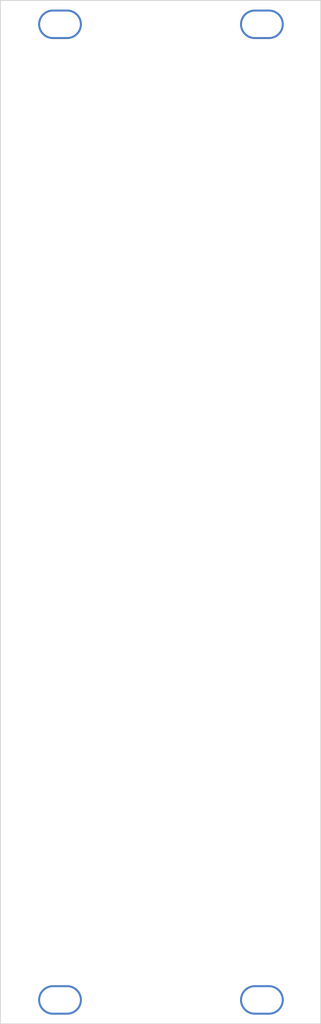
<source format=kicad_pcb>
(kicad_pcb (version 20211014) (generator pcbnew)
  (layers (0 "F.Cu" signal) (31 "B.Cu" signal) (34 "B.Paste" user) (35 "F.Paste" user) (36 "B.SilkS" user "B.Silkscreen") (37 "F.SilkS" user "F.Silkscreen") (38 "B.Mask" user) (39 "F.Mask" user) (44 "Edge.Cuts" user))
  (net 0 "")
  (footprint "" (layer "F.Cu") (at 7.5 125.5)
    (fp_text reference "" (at 0 0) (layer "F.SilkS") (effects (font (size 1.27 1.27))))
    (fp_text value "" (at 0 0) (layer "F.SilkS") (effects (font (size 1.27 1.27))))
    (pad "1" thru_hole oval (at 0 0) (size 5.5 3.7) (drill oval 5 3.2) (layers *.Cu *.Mask))
  )
  (footprint "" (layer "F.Cu") (at 32.9 3)
    (fp_text reference "" (at 0 0) (layer "F.SilkS") (effects (font (size 1.27 1.27))))
    (fp_text value "" (at 0 0) (layer "F.SilkS") (effects (font (size 1.27 1.27))))
    (pad "1" thru_hole oval (at 0 0) (size 5.5 3.7) (drill oval 5 3.2) (layers *.Cu *.Mask))
  )
  (footprint "" (layer "F.Cu") (at 7.5 3)
    (fp_text reference "" hide)
    (fp_text value "" hide)
    (pad "1" thru_hole oval (at 0 0) (size 5.5 3.7) (drill oval 5 3.2) (layers *.Cu *.Mask))
  )
  (footprint "" (layer "F.Cu") (at 32.9 125.5)
    (fp_text reference "" (at 0 0) (layer "F.SilkS") (effects (font (size 1.27 1.27))))
    (fp_text value "" (at 0 0) (layer "F.SilkS") (effects (font (size 1.27 1.27))))
    (pad "1" thru_hole oval (at 0 0) (size 5.5 3.7) (drill oval 5 3.2) (layers *.Cu *.Mask))
  )
  (gr_rect (start 0 0) (end 40.3 128.5) (layer "Edge.Cuts") (width 0.1) (fill none))
)
</source>
